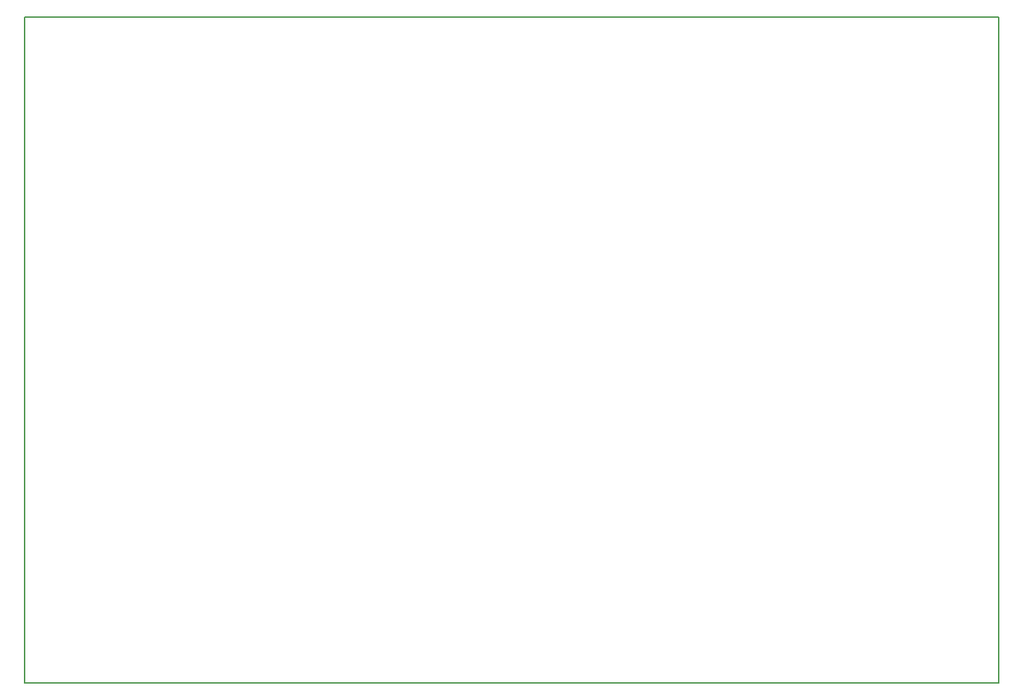
<source format=gbr>
%FSLAX24Y24*%
%MOIN*%
G04 EasyPC Gerber Version 16.0.4 Build 3240 *
%ADD78C,0.00500*%
X0Y0D02*
D02*
D78*
X1630Y283D02*
X49130D01*
Y32783*
X1630*
Y283*
X0Y0D02*
M02*

</source>
